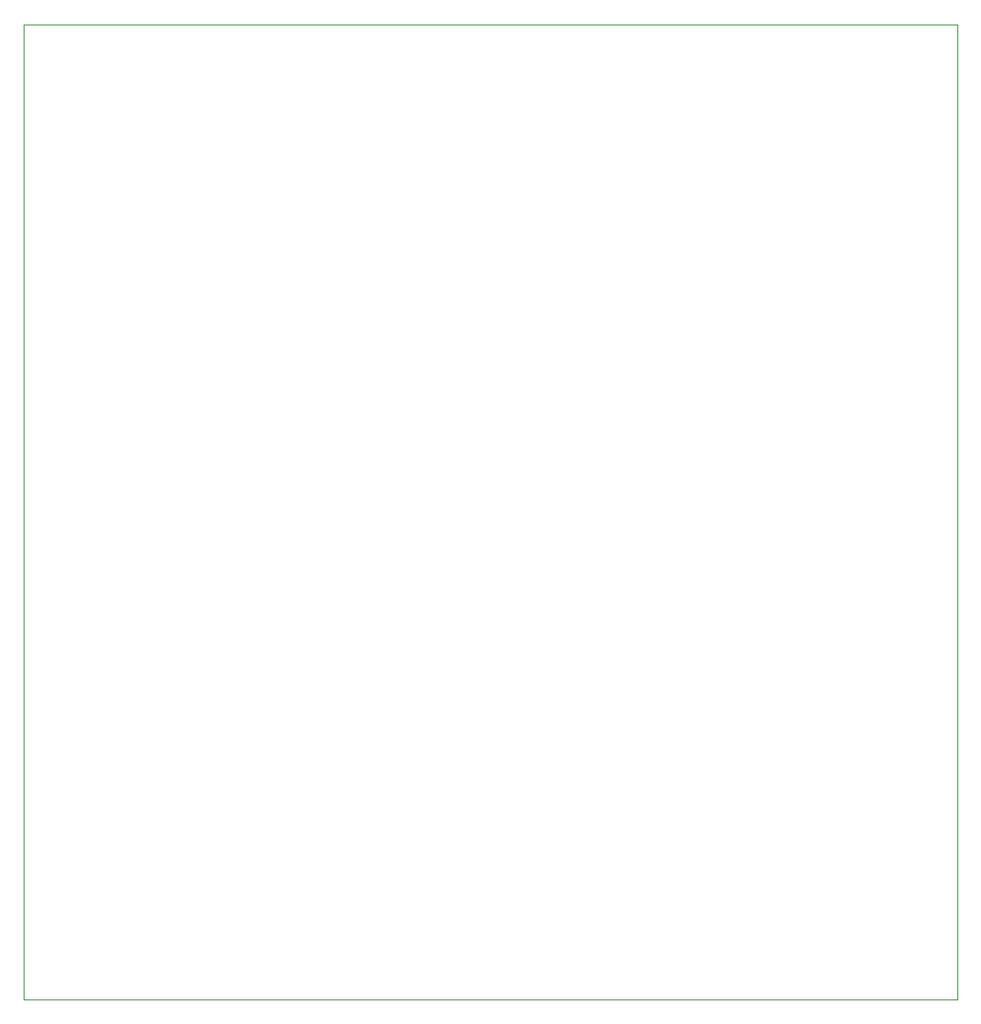
<source format=gm1>
%TF.GenerationSoftware,KiCad,Pcbnew,(6.0.11)*%
%TF.CreationDate,2023-07-21T15:58:32-05:00*%
%TF.ProjectId,MB,4d422e6b-6963-4616-945f-706362585858,rev?*%
%TF.SameCoordinates,Original*%
%TF.FileFunction,Profile,NP*%
%FSLAX46Y46*%
G04 Gerber Fmt 4.6, Leading zero omitted, Abs format (unit mm)*
G04 Created by KiCad (PCBNEW (6.0.11)) date 2023-07-21 15:58:32*
%MOMM*%
%LPD*%
G01*
G04 APERTURE LIST*
%TA.AperFunction,Profile*%
%ADD10C,0.100000*%
%TD*%
G04 APERTURE END LIST*
D10*
X128651000Y-29133800D02*
X218871800Y-29133800D01*
X218871800Y-29133800D02*
X218871800Y-123215400D01*
X218871800Y-123215400D02*
X128651000Y-123215400D01*
X128651000Y-123215400D02*
X128651000Y-29133800D01*
M02*

</source>
